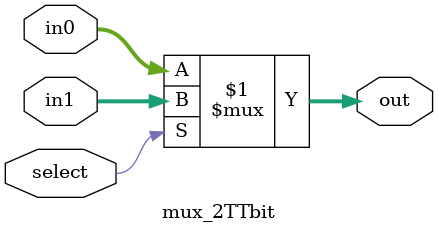
<source format=v>
module mux_2TTbit(out, select, in0, in1);
    input select;
    input[31:0] in0, in1;
    output[31:0] out;
    assign out = select ? in1 : in0;
endmodule
</source>
